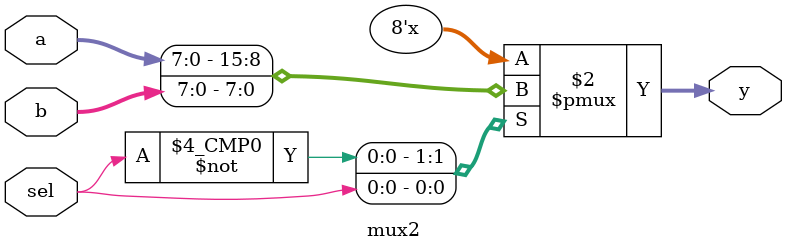
<source format=v>
`timescale 1ns/10ps

module mux2 #(parameter DATA_WIDTH=8) (
    input wire [DATA_WIDTH-1:0] a,
    input wire [DATA_WIDTH-1:0] b,
    input wire sel,
    output reg [DATA_WIDTH-1:0] y
);
    always @(*) begin
        case (sel)
            1'b0: y <= a;
            1'b1: y <= b;
        endcase
    end
endmodule
</source>
